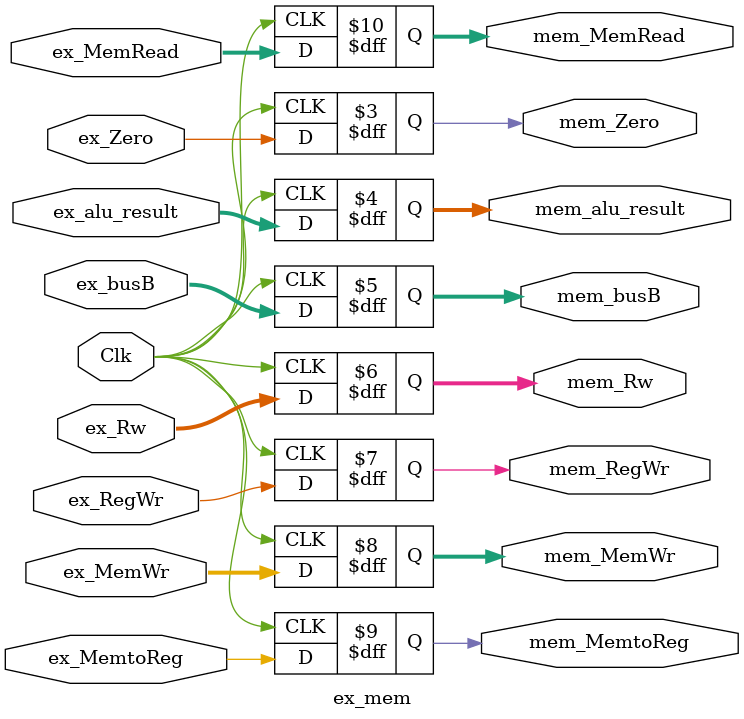
<source format=v>
module ex_mem( Clk,         ex_Zero,  ex_alu_result, ex_busB,   ex_Rw,
               ex_RegWr,    ex_MemWr, ex_MemtoReg,   mem_Zero,  mem_alu_result,
               mem_busB,    mem_Rw,   mem_RegWr,     mem_MemWr, mem_MemtoReg,
               ex_MemRead,  mem_MemRead);
        
        input              Clk;
        input              ex_Zero;
        input       [31:0] ex_alu_result;
        input       [31:0] ex_busB;
        input       [4:0]  ex_Rw;        
        input              ex_RegWr;
        input       [1:0]  ex_MemWr;
        input              ex_MemtoReg;
	      input       [1:0]  ex_MemRead;

        output reg         mem_Zero;
        output reg [31:0]  mem_alu_result;
        output reg [31:0]  mem_busB;
        output reg [4:0]   mem_Rw;
        output reg         mem_RegWr;
        output reg [1:0]   mem_MemWr;
        output reg         mem_MemtoReg;
        output reg [1:0]   mem_MemRead;

        initial begin
          mem_Zero       = 0;
          mem_alu_result = 32'd0;
          mem_busB       = 32'd0;
          mem_Rw         = 5'd0;
          mem_RegWr      = 0;    // 寄存器写控制信号
          mem_MemWr      = 2'd0; // 数据内存写控制信号
          mem_MemtoReg   = 0;    // 数据内存数据写入寄存器控制信号MUX
          mem_MemRead    = 2'd0;
        end
        always @(posedge Clk)
        begin
          mem_alu_result <= ex_alu_result;
          mem_busB       <= ex_busB;
          mem_Rw         <= ex_Rw;     
          
          //control
          mem_Zero       <= ex_Zero;
          mem_RegWr      <= ex_RegWr;
          mem_MemWr      <= ex_MemWr;
          mem_MemtoReg   <= ex_MemtoReg;   
          mem_MemRead    <= ex_MemRead;    
        end
endmodule
</source>
